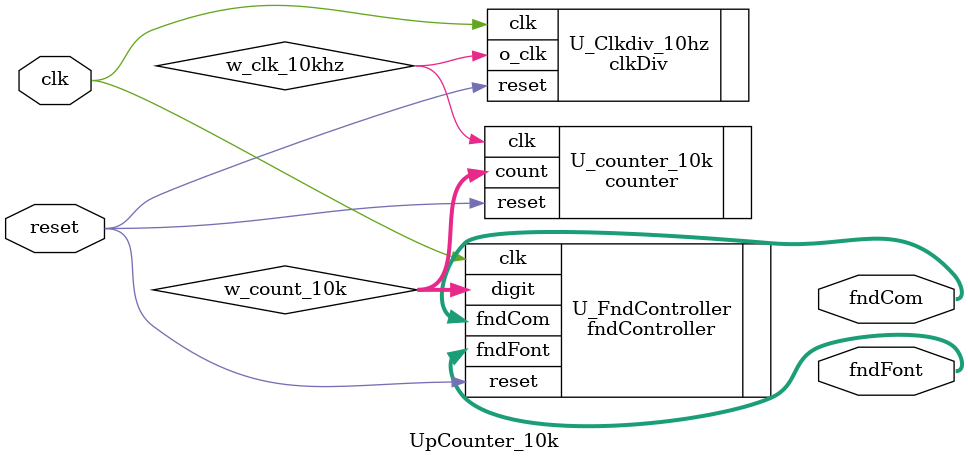
<source format=v>
`timescale 1ns / 1ps

module UpCounter_10k(
input clk,
input reset,
output [3:0]fndCom,
output [7:0]fndFont
    );
wire w_clk_10khz;
wire [13:0] w_count_10k;

    clkDiv #(.MAX_COUNT(100_000_000))U_Clkdiv_10hz(
    .clk(clk),
    .reset (reset),
    .o_clk(w_clk_10khz)
    );
    counter #(.MAX_COUNT(10_000))U_counter_10k(
    .clk(w_clk_10khz),
    .reset (reset),
    .count(w_count_10k)
    );
fndController U_FndController(
    .clk(clk),
    .reset (reset),
    .digit(w_count_10k),
    .fndFont(fndFont),
    .fndCom(fndCom)
);

endmodule

</source>
